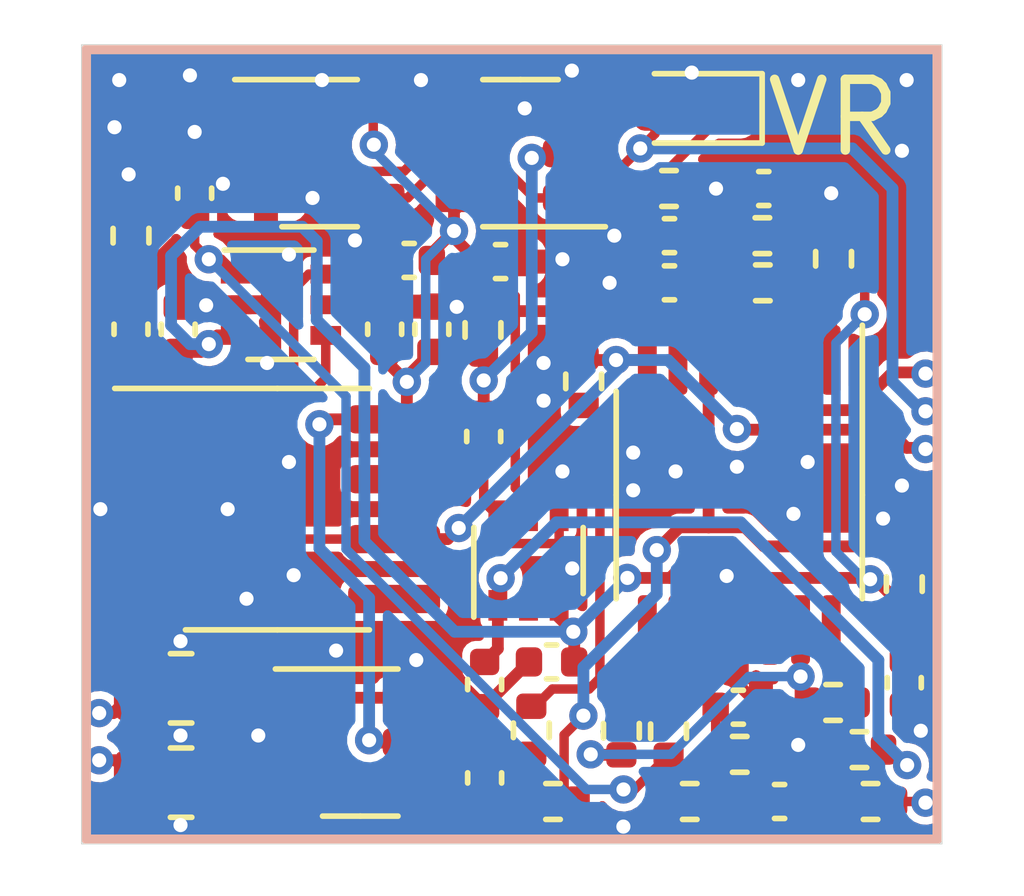
<source format=kicad_pcb>
(kicad_pcb (version 20210424) (generator pcbnew)
  (layers (0 "F.Cu" signal) (31 "B.Cu" signal) (34 "B.Paste" user) (35 "F.Paste" user) (36 "B.SilkS" user "B.Silkscreen") (37 "F.SilkS" user "F.Silkscreen") (38 "B.Mask" user) (39 "F.Mask" user) (44 "Edge.Cuts" user))
  (net 0 "")
  (net 1 "GND")
  (net 2 "Net-(C751-Pad1)")
  (net 3 "Net-(C751-Pad2)")
  (net 4 "Net-(C752-Pad1)")
  (net 5 "Net-(C753-Pad1)")
  (net 6 "+5V")
  (net 7 "Vref")
  (net 8 "thresh_low")
  (net 9 "Net-(C756-Pad1)")
  (net 10 "Net-(C756-Pad2)")
  (net 11 "Net-(C757-Pad1)")
  (net 12 "Net-(C757-Pad2)")
  (net 13 "thresh_high")
  (net 14 "Net-(C759-Pad1)")
  (net 15 "Net-(D751-Pad1)")
  (net 16 "output")
  (net 17 "analog_out")
  (net 18 "thresh_input")
  (net 19 "VR-")
  (net 20 "VR+")
  (net 21 "Net-(R755-Pad1)")
  (net 22 "Net-(R756-Pad2)")
  (net 23 "Net-(R761-Pad1)")
  (net 24 "Net-(R762-Pad1)")
  (net 25 "Net-(R763-Pad1)")
  (net 26 "Net-(R769-Pad1)")
  (net 27 "Net-(U754-Pad2)")
  (net 28 "Net-(U754-Pad5)")
  (footprint "Resistor_SMD:R_0402_1005Metric" (layer "F.Cu") (at 94.2 93.05)
    (fp_text reference "R764" hide)
    (fp_text value "10")
  )
  (footprint "Package_TO_SOT_SMD:SOT-23-5" (layer "F.Cu") (at 87.01 80.4 180)
    (fp_text reference "U757" hide)
    (fp_text value "74AHC1G02")
  )
  (footprint "Capacitor_SMD:C_0402_1005Metric" (layer "F.Cu") (at 90.17 83.15 180)
    (fp_text reference "C760" hide)
    (fp_text value "10n")
  )
  (footprint "Package_SO:SOIC-8_3.9x4.9mm_P1.27mm" (layer "F.Cu") (at 81.855 87.95)
    (fp_text reference "U754" hide)
    (fp_text value "MAX9142")
  )
  (footprint "Capacitor_SMD:C_0402_1005Metric" (layer "F.Cu") (at 80.1 81.25 90)
    (fp_text reference "C755" hide)
    (fp_text value "1u")
  )
  (footprint "Package_TO_SOT_SMD:SOT-363_SC-70-6" (layer "F.Cu") (at 81.93 83.615)
    (fp_text reference "U755" hide)
    (fp_text value "NC7SB3157P6X")
  )
  (footprint "Capacitor_SMD:C_0402_1005Metric" (layer "F.Cu") (at 85.13 84.135 90)
    (fp_text reference "C766" hide)
    (fp_text value "1u")
  )
  (footprint "hellen-one-vr-discrete-0.1:vr-discrete" (layer "F.Cu") (at 77.7 95.05)
    (fp_text reference "M750" hide)
    (fp_text value "Module-vr-discrete-0.1" hide)
  )
  (footprint "Resistor_SMD:R_0402_1005Metric" (layer "F.Cu") (at 92.15 83.15)
    (fp_text reference "R767" hide)
    (fp_text value "10k")
  )
  (footprint "Capacitor_SMD:C_0402_1005Metric" (layer "F.Cu") (at 86.23 86.41 -90)
    (fp_text reference "C757" hide)
    (fp_text value "10n")
  )
  (footprint "Capacitor_SMD:C_0402_1005Metric" (layer "F.Cu") (at 84.13 84.135 90)
    (fp_text reference "C764" hide)
    (fp_text value "10n")
  )
  (footprint "Capacitor_SMD:C_0402_1005Metric" (layer "F.Cu") (at 92.17 81.15 180)
    (fp_text reference "C759" hide)
    (fp_text value "100n")
  )
  (footprint "Resistor_SMD:R_0402_1005Metric" (layer "F.Cu") (at 93.65 82.64 90)
    (fp_text reference "R769" hide)
    (fp_text value "10")
  )
  (footprint "Capacitor_SMD:C_0402_1005Metric" (layer "F.Cu") (at 86.25 91.67 -90)
    (fp_text reference "C758" hide)
    (fp_text value "1u")
  )
  (footprint "Capacitor_SMD:C_0402_1005Metric" (layer "F.Cu") (at 86.25 93.65 -90)
    (fp_text reference "C751" hide)
    (fp_text value "1n")
  )
  (footprint "Resistor_SMD:R_0402_1005Metric" (layer "F.Cu") (at 87.24 92.64 -90)
    (fp_text reference "R755" hide)
    (fp_text value "100k")
  )
  (footprint "Capacitor_SMD:C_0402_1005Metric" (layer "F.Cu") (at 91.63 92.15)
    (fp_text reference "C753" hide)
    (fp_text value "100n")
  )
  (footprint "Package_SO:TSSOP-14_4.4x5mm_P0.65mm" (layer "F.Cu") (at 91.65 87.65 -90)
    (fp_text reference "U753" hide)
    (fp_text value "MCP6004")
  )
  (footprint "LED_SMD:LED_0603_1608Metric" (layer "F.Cu") (at 90.65 79.45 180)
    (fp_text reference "D751" hide)
    (fp_text value "LED-GREEN-0603")
  )
  (footprint "Resistor_SMD:R_0805_2012Metric" (layer "F.Cu") (at 79.8125 91.75)
    (fp_text reference "R752" hide)
    (fp_text value "10k")
  )
  (footprint "Resistor_SMD:R_0402_1005Metric" (layer "F.Cu") (at 89.15 92.65 90)
    (fp_text reference "R762" hide)
    (fp_text value "10k")
  )
  (footprint "Resistor_SMD:R_0402_1005Metric" (layer "F.Cu") (at 90.16 81.15 180)
    (fp_text reference "R751" hide)
    (fp_text value "2.2k")
  )
  (footprint "Resistor_SMD:R_0402_1005Metric" (layer "F.Cu") (at 88.35 85.24 -90)
    (fp_text reference "R759" hide)
    (fp_text value "100k")
  )
  (footprint "Capacitor_SMD:C_0402_1005Metric" (layer "F.Cu") (at 86.5875 82.7)
    (fp_text reference "C761" hide)
    (fp_text value "1u")
  )
  (footprint "Resistor_SMD:R_0402_1005Metric" (layer "F.Cu") (at 95.15 89.54 -90)
    (fp_text reference "R758" hide)
    (fp_text value "100k")
  )
  (footprint "Resistor_SMD:R_0402_1005Metric" (layer "F.Cu") (at 94.435 94.15 180)
    (fp_text reference "R754" hide)
    (fp_text value "12k")
  )
  (footprint "Resistor_SMD:R_0402_1005Metric" (layer "F.Cu") (at 86.215 84.15 -90)
    (fp_text reference "R766" hide)
    (fp_text value "1k")
  )
  (footprint "Capacitor_SMD:C_0402_1005Metric" (layer "F.Cu") (at 84.65 82.675 180)
    (fp_text reference "C763" hide)
    (fp_text value "1u")
  )
  (footprint "Resistor_SMD:R_0805_2012Metric" (layer "F.Cu") (at 79.8125 93.75 180)
    (fp_text reference "R753" hide)
    (fp_text value "10k")
  )
  (footprint "Resistor_SMD:R_0402_1005Metric" (layer "F.Cu") (at 78.75 82.15 -90)
    (fp_text reference "R765" hide)
    (fp_text value "1k")
  )
  (footprint "Resistor_SMD:R_0402_1005Metric" (layer "F.Cu") (at 93.64 92.05 180)
    (fp_text reference "R763" hide)
    (fp_text value "10k")
  )
  (footprint "Capacitor_SMD:C_0402_1005Metric" (layer "F.Cu") (at 87.67 91.19 180)
    (fp_text reference "C767" hide)
    (fp_text value "1u")
  )
  (footprint "Resistor_SMD:R_0402_1005Metric" (layer "F.Cu") (at 87.7 94.15)
    (fp_text reference "R756" hide)
    (fp_text value "100k")
  )
  (footprint "Package_TO_SOT_SMD:SOT-363_SC-70-6" (layer "F.Cu") (at 87.18 89.04 90)
    (fp_text reference "U756" hide)
    (fp_text value "NC7SB3157P6X")
  )
  (footprint "Resistor_SMD:R_0402_1005Metric" (layer "F.Cu") (at 91.66 93.15)
    (fp_text reference "R760" hide)
    (fp_text value "68k")
  )
  (footprint "Resistor_SMD:R_0402_1005Metric" (layer "F.Cu") (at 90.15 92.66 -90)
    (fp_text reference "R761" hide)
    (fp_text value "10")
  )
  (footprint "Capacitor_SMD:C_0402_1005Metric" (layer "F.Cu") (at 92.505 94.15)
    (fp_text reference "C752" hide)
    (fp_text value "470n")
  )
  (footprint "Package_TO_SOT_SMD:SOT-23-6" (layer "F.Cu") (at 83.6125 92.9)
    (fp_text reference "U751" hide)
    (fp_text value "SRV05-4-P-T7")
  )
  (footprint "Capacitor_SMD:C_0402_1005Metric" (layer "F.Cu") (at 79.75 84.135 90)
    (fp_text reference "C765" hide)
    (fp_text value "1u")
  )
  (footprint "Capacitor_SMD:C_0402_1005Metric" (layer "F.Cu") (at 95.15 91.63 90)
    (fp_text reference "C754" hide)
    (fp_text value "100n")
  )
  (footprint "Resistor_SMD:R_0402_1005Metric" (layer "F.Cu") (at 92.14 82.15 180)
    (fp_text reference "R768" hide)
    (fp_text value "10k")
  )
  (footprint "Capacitor_SMD:C_0402_1005Metric" (layer "F.Cu") (at 90.17 82.15 180)
    (fp_text reference "C762" hide)
    (fp_text value "1u")
  )
  (footprint "Resistor_SMD:R_0402_1005Metric" (layer "F.Cu") (at 90.6 94.15)
    (fp_text reference "R757" hide)
    (fp_text value "10k")
  )
  (footprint "Package_TO_SOT_SMD:SOT-23-5" (layer "F.Cu") (at 82.75 80.4)
    (fp_text reference "U752" hide)
    (fp_text value "74AHC1G02")
  )
  (footprint "Capacitor_SMD:C_0402_1005Metric" (layer "F.Cu") (at 78.75 84.135 -90)
    (fp_text reference "C756" hide)
    (fp_text value "10n")
  )
  (gr_rect (start 77.7 95.05) (end 95.95 78.1) (layer "Edge.Cuts") (width 0.02) (fill none))
  (gr_text "VR" (at 93.65 79.65) (layer "F.SilkS") (effects (font (size 1.5 1.5) (thickness 0.2))))
  (segment (start 84.53712 80.78538) (end 85.8725 79.45) (width 0.2) (layer "F.Cu") (net 0))
  (segment (start 81.6125 80.4) (end 81.99788 80.78538) (width 0.2) (layer "F.Cu") (net 0))
  (segment (start 81.99788 80.78538) (end 84.53712 80.78538) (width 0.2) (layer "F.Cu") (net 0))
  (segment (start 92.95 94.9) (end 86.825 94.9) (width 0.25) (layer "F.Cu") (net 1))
  (segment (start 86.25 92.15) (end 86.25 92.13) (width 0.25) (layer "F.Cu") (net 1))
  (segment (start 80.7 81.05) (end 80.38 81.05) (width 0.2) (layer "F.Cu") (net 1))
  (segment (start 92.985 94.15) (end 92.985 94.865) (width 0.25) (layer "F.Cu") (net 1))
  (segment (start 81.6354 84.85) (end 81.6354 83.7454) (width 0.2) (layer "F.Cu") (net 1))
  (segment (start 85.25 91.15) (end 84.8 91.15) (width 0.25) (layer "F.Cu") (net 1))
  (segment (start 87.56683 89.20687) (end 87.18 89.5937) (width 0.25) (layer "F.Cu") (net 1))
  (segment (start 91.383089 89.366911) (end 91.65 89.633822) (width 0.25) (layer "F.Cu") (net 1))
  (segment (start 87.18 89.5937) (end 87.18 89.99) (width 0.25) (layer "F.Cu") (net 1))
  (segment (start 81.505 83.615) (end 80.98 83.615) (width 0.2) (layer "F.Cu") (net 1))
  (segment (start 83.745 82.25) (end 84.17 82.675) (width 0.25) (layer "F.Cu") (net 1))
  (segment (start 86.25 92.13) (end 87.19 91.19) (width 0.25) (layer "F.Cu") (net 1))
  (segment (start 91.65 91.69) (end 92.11 92.15) (width 0.25) (layer "F.Cu") (net 1))
  (segment (start 81.6125 81.35) (end 81 81.35) (width 0.2) (layer "F.Cu") (net 1))
  (segment (start 81.6354 83.7454) (end 81.505 83.615) (width 0.2) (layer "F.Cu") (net 1))
  (segment (start 95.15 92.11) (end 95.64 92.11) (width 0.25) (layer "F.Cu") (net 1))
  (segment (start 83.5 82.25) (end 83.745 82.25) (width 0.25) (layer "F.Cu") (net 1))
  (segment (start 95.64 92.11) (end 95.8 91.95) (width 0.25) (layer "F.Cu") (net 1))
  (segment (start 80.38 81.05) (end 80.1 80.77) (width 0.2) (layer "F.Cu") (net 1))
  (segment (start 95.8 91.95) (end 95.8 90.425) (width 0.25) (layer "F.Cu") (net 1))
  (segment (start 86.25 92.15) (end 85.25 91.15) (width 0.25) (layer "F.Cu") (net 1))
  (segment (start 91.65 90.5125) (end 91.65 91.69) (width 0.25) (layer "F.Cu") (net 1))
  (segment (start 88.107275 89.20687) (end 87.56683 89.20687) (width 0.25) (layer "F.Cu") (net 1))
  (segment (start 92.985 94.865) (end 92.95 94.9) (width 0.25) (layer "F.Cu") (net 1))
  (segment (start 81 81.35) (end 80.7 81.05) (width 0.2) (layer "F.Cu") (net 1))
  (segment (start 77.85 81.64) (end 77.85 84.95) (width 0.25) (layer "F.Cu") (net 1))
  (segment (start 78.75 81.64) (end 77.85 81.64) (width 0.25) (layer "F.Cu") (net 1))
  (segment (start 91.65 89.633822) (end 91.65 90.5125) (width 0.25) (layer "F.Cu") (net 1))
  (via (at 81.2 89.85) (size 0.6) (drill 0.3) (layers "F.Cu" "B.Cu") (net 1))
  (via (at 89 82.15) (size 0.6) (drill 0.3) (layers "F.Cu" "B.Cu") (net 1))
  (via (at 95.1 80.35) (size 0.6) (drill 0.3) (layers "F.Cu" "B.Cu") (net 1))
  (via (at 84.9 78.85) (size 0.6) (drill 0.3) (layers "F.Cu" "B.Cu") (net 1))
  (via (at 80.1 79.95) (size 0.6) (drill 0.3) (layers "F.Cu" "B.Cu") (net 1))
  (via (at 78.4 79.85) (size 0.6) (drill 0.3) (layers "F.Cu" "B.Cu") (net 1))
  (via (at 88.9 83.15) (size 0.6) (drill 0.3) (layers "F.Cu" "B.Cu") (net 1))
  (via (at 87.5 85.65) (size 0.6) (drill 0.3) (layers "F.Cu" "B.Cu") (net 1))
  (via (at 88.1 78.65) (size 0.6) (drill 0.3) (layers "F.Cu" "B.Cu") (net 1))
  (via (at 79.8 90.75) (size 0.6) (drill 0.3) (layers "F.Cu" "B.Cu") (net 1))
  (via (at 80.8 87.95) (size 0.6) (drill 0.3) (layers "F.Cu" "B.Cu") (net 1))
  (via (at 83.5 82.25) (size 0.6) (drill 0.3) (layers "F.Cu" "B.Cu") (net 1))
  (via (at 95.1 87.45) (size 0.6) (drill 0.3) (layers "F.Cu" "B.Cu") (net 1))
  (via (at 94.7 88.15) (size 0.6) (drill 0.3) (layers "F.Cu" "B.Cu") (net 1))
  (via (at 89.4 86.75) (size 0.6) (drill 0.3) (layers "F.Cu" "B.Cu") (net 1))
  (via (at 93.6 81.25) (size 0.6) (drill 0.3) (layers "F.Cu" "B.Cu") (net 1))
  (via (at 89.192303 94.682113) (size 0.6) (drill 0.3) (layers "F.Cu" "B.Cu") (net 1))
  (via (at 81.449209 92.75) (size 0.6) (drill 0.3) (layers "F.Cu" "B.Cu") (net 1))
  (via (at 88.107275 89.20687) (size 0.6) (drill 0.3) (layers "F.Cu" "B.Cu") (net 1))
  (via (at 95.5 92.65) (size 0.6) (drill 0.3) (layers "F.Cu" "B.Cu") (net 1))
  (via (at 82.2 89.35) (size 0.6) (drill 0.3) (layers "F.Cu" "B.Cu") (net 1))
  (via (at 78.5 78.85) (size 0.6) (drill 0.3) (layers "F.Cu" "B.Cu") (net 1))
  (via (at 79.8 94.65) (size 0.6) (drill 0.3) (layers "F.Cu" "B.Cu") (net 1))
  (via (at 84.8 91.15) (size 0.6) (drill 0.3) (layers "F.Cu" "B.Cu") (net 1))
  (via (at 87.9 87.15) (size 0.6) (drill 0.3) (layers "F.Cu" "B.Cu") (net 1))
  (via (at 82.6 81.35) (size 0.6) (drill 0.3) (layers "F.Cu" "B.Cu") (net 1))
  (via (at 92.9 92.95) (size 0.6) (drill 0.3) (layers "F.Cu" "B.Cu") (net 1))
  (via (at 91.1573 81.152258) (size 0.6) (drill 0.3) (layers "F.Cu" "B.Cu") (net 1))
  (via (at 85.657731 83.659419) (size 0.6) (drill 0.3) (layers "F.Cu" "B.Cu") (net 1))
  (via (at 90.642938 78.691431) (size 0.6) (drill 0.3) (layers "F.Cu" "B.Cu") (net 1))
  (via (at 93.1 86.95) (size 0.6) (drill 0.3) (layers "F.Cu" "B.Cu") (net 1))
  (via (at 83.1 90.95) (size 0.6) (drill 0.3) (layers "F.Cu" "B.Cu") (net 1))
  (via (at 78.1 87.95) (size 0.6) (drill 0.3) (layers "F.Cu" "B.Cu") (net 1))
  (via (at 90.3 87.15) (size 0.6) (drill 0.3) (layers "F.Cu" "B.Cu") (net 1))
  (via (at 89.4 87.55) (size 0.6) (drill 0.3) (layers "F.Cu" "B.Cu") (net 1))
  (via (at 91.383089 89.366911) (size 0.6) (drill 0.3) (layers "F.Cu" "B.Cu") (net 1))
  (via (at 82.1 86.95) (size 0.6) (drill 0.3) (layers "F.Cu" "B.Cu") (net 1))
  (via (at 87.5 84.85) (size 0.6) (drill 0.3) (layers "F.Cu" "B.Cu") (net 1))
  (via (at 91.6 87.05) (size 0.6) (drill 0.3) (layers "F.Cu" "B.Cu") (net 1))
  (via (at 80.344067 83.625959) (size 0.6) (drill 0.3) (layers "F.Cu" "B.Cu") (net 1))
  (via (at 80.7 81.05) (size 0.6) (drill 0.3) (layers "F.Cu" "B.Cu") (net 1))
  (via (at 82.8 78.85) (size 0.6) (drill 0.3) (layers "F.Cu" "B.Cu") (net 1))
  (via (at 78.7 80.85) (size 0.6) (drill 0.3) (layers "F.Cu" "B.Cu") (net 1))
  (via (at 92.8 88.05) (size 0.6) (drill 0.3) (layers "F.Cu" "B.Cu") (net 1))
  (via (at 79.8 92.75) (size 0.6) (drill 0.3) (layers "F.Cu" "B.Cu") (net 1))
  (via (at 80 78.75) (size 0.6) (drill 0.3) (layers "F.Cu" "B.Cu") (net 1))
  (via (at 87.1 79.45) (size 0.6) (drill 0.3) (layers "F.Cu" "B.Cu") (net 1))
  (via (at 82.1 82.55) (size 0.6) (drill 0.3) (layers "F.Cu" "B.Cu") (net 1))
  (via (at 81.6354 84.85) (size 0.6) (drill 0.3) (layers "F.Cu" "B.Cu") (net 1))
  (via (at 92.9 78.85) (size 0.6) (drill 0.3) (layers "F.Cu" "B.Cu") (net 1))
  (via (at 87.9 82.65) (size 0.6) (drill 0.3) (layers "F.Cu" "B.Cu") (net 1))
  (via (at 95.2 78.85) (size 0.6) (drill 0.3) (layers "F.Cu" "B.Cu") (net 1))
  (segment (start 86.25 93.1) (end 86.25 93.17) (width 0.25) (layer "F.Cu") (net 2))
  (segment (start 87.22 93.17) (end 87.24 93.15) (width 0.25) (layer "F.Cu") (net 2))
  (segment (start 80.925 91.95) (end 80.725 91.75) (width 0.25) (layer "F.Cu") (net 2))
  (segment (start 82.475 91.95) (end 80.925 91.95) (width 0.25) (layer "F.Cu") (net 2))
  (segment (start 85.1 91.95) (end 86.25 93.1) (width 0.25) (layer "F.Cu") (net 2))
  (segment (start 82.475 91.95) (end 84.75 91.95) (width 0.25) (layer "F.Cu") (net 2))
  (segment (start 86.25 93.17) (end 87.22 93.17) (width 0.25) (layer "F.Cu") (net 2))
  (segment (start 84.75 91.95) (end 85.1 91.95) (width 0.25) (layer "F.Cu") (net 2))
  (segment (start 86.25 94.13) (end 87.22 94.13) (width 0.25) (layer "F.Cu") (net 3))
  (segment (start 80.825 93.85) (end 80.725 93.75) (width 0.25) (layer "F.Cu") (net 3))
  (segment (start 82.475 93.85) (end 80.825 93.85) (width 0.25) (layer "F.Cu") (net 3))
  (segment (start 87.22 94.13) (end 87.24 94.15) (width 0.25) (layer "F.Cu") (net 3))
  (segment (start 85.97 93.85) (end 86.25 94.13) (width 0.25) (layer "F.Cu") (net 3))
  (segment (start 82.475 93.85) (end 84.75 93.85) (width 0.25) (layer "F.Cu") (net 3))
  (segment (start 84.75 93.85) (end 85.97 93.85) (width 0.25) (layer "F.Cu") (net 3))
  (segment (start 93.87429 94.15) (end 93.27429 93.55) (width 0.2) (layer "F.Cu") (net 4))
  (segment (start 92.09571 94.15) (end 92.025 94.15) (width 0.2) (layer "F.Cu") (net 4))
  (segment (start 93.925 94.15) (end 93.87429 94.15) (width 0.2) (layer "F.Cu") (net 4))
  (segment (start 92.69571 93.55) (end 92.09571 94.15) (width 0.2) (layer "F.Cu") (net 4))
  (segment (start 93.27429 93.55) (end 92.69571 93.55) (width 0.2) (layer "F.Cu") (net 4))
  (segment (start 92.025 94.15) (end 91.045 94.15) (width 0.2) (layer "F.Cu") (net 4))
  (segment (start 91.15 93.15) (end 91.15 92.15) (width 0.2) (layer "F.Cu") (net 5))
  (segment (start 91 90.5125) (end 91 92) (width 0.2) (layer "F.Cu") (net 5))
  (segment (start 90.025 94.15) (end 90.15 94.15) (width 0.2) (layer "F.Cu") (net 5))
  (segment (start 90.15 94.15) (end 91.15 93.15) (width 0.2) (layer "F.Cu") (net 5))
  (segment (start 91 92) (end 91.15 92.15) (width 0.2) (layer "F.Cu") (net 5))
  (segment (start 84.6 85.25) (end 84.6 85.145) (width 0.25) (layer "F.Cu") (net 6))
  (segment (start 84.6 85.25) (end 84.6 85.775) (width 0.25) (layer "F.Cu") (net 6))
  (segment (start 84.6 85.775) (end 84.33 86.045) (width 0.25) (layer "F.Cu") (net 6))
  (segment (start 94.1 85.85) (end 94.9 85.05) (width 0.25) (layer "F.Cu") (net 6))
  (segment (start 84.6 85.145) (end 85.13 84.615) (width 0.25) (layer "F.Cu") (net 6))
  (segment (start 85.6 82.05) (end 85.6 81.6225) (width 0.25) (layer "F.Cu") (net 6))
  (segment (start 82.88 83.615) (end 83.13 83.615) (width 0.2) (layer "F.Cu") (net 6))
  (segment (start 84.13 84.78) (end 84.6 85.25) (width 0.25) (layer "F.Cu") (net 6))
  (segment (start 82.85078 86.045) (end 84.33 86.045) (width 0.25) (layer "F.Cu") (net 6))
  (segment (start 85.13 82.675) (end 85.13 82.52) (width 0.25) (layer "F.Cu") (net 6))
  (segment (start 85.13 82.52) (end 85.6 82.05) (width 0.25) (layer "F.Cu") (net 6))
  (segment (start 83.85 92.9) (end 83.8 92.85) (width 0.25) (layer "F.Cu") (net 6))
  (segment (start 84.13 84.615) (end 84.13 84.78) (width 0.25) (layer "F.Cu") (net 6))
  (segment (start 85.6 82.05) (end 85.6 82.1925) (width 0.25) (layer "F.Cu") (net 6))
  (segment (start 83.8875 79.45) (end 83.8875 80.20828) (width 0.2) (layer "F.Cu") (net 6))
  (segment (start 87.18 87.780389) (end 87.18 88.09) (width 0.2) (layer "F.Cu") (net 6))
  (segment (start 90.05 83.75) (end 86.9 83.75) (width 0.25) (layer "F.Cu") (net 6))
  (segment (start 94.9 85.05) (end 95.625 85.05) (width 0.25) (layer "F.Cu") (net 6))
  (segment (start 86.16722 82.7) (end 86.9 83.43278) (width 0.2) (layer "F.Cu") (net 6))
  (segment (start 86.9 83.43278) (end 86.9 87.500389) (width 0.2) (layer "F.Cu") (net 6))
  (segment (start 91.643909 83.153909) (end 91.64 83.15) (width 0.25) (layer "F.Cu") (net 6))
  (segment (start 91.65 85.433076) (end 92.066924 85.85) (width 0.25) (layer "F.Cu") (net 6))
  (segment (start 86.9 83.43278) (end 86.9 84.05) (width 0.2) (layer "F.Cu") (net 6))
  (segment (start 83.13 83.615) (end 84.13 84.615) (width 0.2) (layer "F.Cu") (net 6))
  (segment (start 92.066924 85.85) (end 94.1 85.85) (width 0.25) (layer "F.Cu") (net 6))
  (segment (start 90.65 83.15) (end 90.65 82.15) (width 0.25) (layer "F.Cu") (net 6))
  (segment (start 85.6 82.1925) (end 86.1075 82.7) (width 0.25) (layer "F.Cu") (net 6))
  (segment (start 86.9 87.500389) (end 87.18 87.780389) (width 0.2) (layer "F.Cu") (net 6))
  (segment (start 83.8875 80.20828) (end 83.9 80.22078) (width 0.2) (layer "F.Cu") (net 6))
  (segment (start 91.64 83.15) (end 90.65 83.15) (width 0.25) (layer "F.Cu") (net 6))
  (segment (start 91.643909 84.781409) (end 91.643909 83.153909) (width 0.25) (layer "F.Cu") (net 6))
  (segment (start 90.65 83.15) (end 90.05 83.75) (width 0.25) (layer "F.Cu") (net 6))
  (segment (start 91.65 84.7875) (end 91.643909 84.781409) (width 0.25) (layer "F.Cu") (net 6))
  (segment (start 82.74578 86.15) (end 82.85078 86.045) (width 0.25) (layer "F.Cu") (net 6))
  (segment (start 86.1075 82.7) (end 86.16722 82.7) (width 0.2) (layer "F.Cu") (net 6))
  (segment (start 91.65 84.7875) (end 91.65 85.433076) (width 0.25) (layer "F.Cu") (net 6))
  (segment (start 84.75 92.9) (end 83.85 92.9) (width 0.25) (layer "F.Cu") (net 6))
  (segment (start 85.6 81.6225) (end 85.8725 81.35) (width 0.25) (layer "F.Cu") (net 6))
  (via (at 85.6 82.05) (size 0.6) (drill 0.3) (layers "F.Cu" "B.Cu") (net 6))
  (via (at 82.74578 86.15) (size 0.6) (drill 0.3) (layers "F.Cu" "B.Cu") (net 6))
  (via (at 84.6 85.25) (size 0.6) (drill 0.3) (layers "F.Cu" "B.Cu") (net 6))
  (via (at 83.9 80.22078) (size 0.6) (drill 0.3) (layers "F.Cu" "B.Cu") (net 6))
  (via (at 83.8 92.85) (size 0.6) (drill 0.3) (layers "F.Cu" "B.Cu") (net 6))
  (segment (start 82.74578 86.15) (end 82.74578 88.78241) (width 0.25) (layer "B.Cu") (net 6))
  (segment (start 83.9 80.22078) (end 83.9 80.35) (width 0.2) (layer "B.Cu") (net 6))
  (segment (start 82.74578 88.78241) (end 83.8 89.83663) (width 0.25) (layer "B.Cu") (net 6))
  (segment (start 84.6 85.25) (end 85 84.85) (width 0.2) (layer "B.Cu") (net 6))
  (segment (start 85 84.85) (end 85 82.65) (width 0.2) (layer "B.Cu") (net 6))
  (segment (start 83.9 80.35) (end 85.6 82.05) (width 0.2) (layer "B.Cu") (net 6))
  (segment (start 85 82.65) (end 85.6 82.05) (width 0.2) (layer "B.Cu") (net 6))
  (segment (start 83.8 89.83663) (end 83.8 92.85) (width 0.25) (layer "B.Cu") (net 6))
  (segment (start 88.15 90.56998) (end 88.13002 90.55) (width 0.25) (layer "F.Cu") (net 7))
  (segment (start 92.3 89.45) (end 92.258324 89.408324) (width 0.25) (layer "F.Cu") (net 7))
  (segment (start 91.6 88.75) (end 92.258324 89.408324) (width 0.25) (layer "F.Cu") (net 7))
  (segment (start 92.258324 89.408324) (end 94.508324 89.408324) (width 0.25) (layer "F.Cu") (net 7))
  (segment (start 95.15 91.15) (end 95.15 90.05) (width 0.25) (layer "F.Cu") (net 7))
  (segment (start 87.83 90.24998) (end 88.13002 90.55) (width 0.25) (layer "F.Cu") (net 7))
  (segment (start 92.3 90.5125) (end 92.3 89.45) (width 0.25) (layer "F.Cu") (net 7))
  (segment (start 87.83 89.99) (end 87.83 90.24998) (width 0.25) (layer "F.Cu") (net 7))
  (segment (start 79.75 84.615) (end 80.235 84.615) (width 0.25) (layer "F.Cu") (net 7))
  (segment (start 90.183025 89.408324) (end 90.841349 88.75) (width 0.25) (layer "F.Cu") (net 7))
  (segment (start 94.508324 89.408324) (end 95.15 90.05) (width 0.25) (layer "F.Cu") (net 7))
  (segment (start 94.3104 83.816178) (end 94.3104 82.7904) (width 0.2) (layer "F.Cu") (net 7))
  (segment (start 80.98 84.265) (end 80.585 84.265) (width 0.25) (layer "F.Cu") (net 7))
  (segment (start 94.3104 82.7904) (end 93.65 82.13) (width 0.2) (layer "F.Cu") (net 7))
  (segment (start 89.276808 89.408324) (end 90.183025 89.408324) (width 0.25) (layer "F.Cu") (net 7))
  (segment (start 88.15 91.19) (end 88.15 90.56998) (width 0.25) (layer "F.Cu") (net 7))
  (segment (start 80.235 84.615) (end 80.4 84.45) (width 0.25) (layer "F.Cu") (net 7))
  (segment (start 90.841349 88.75) (end 91.6 88.75) (width 0.25) (layer "F.Cu") (net 7))
  (segment (start 80.585 84.265) (end 80.4 84.45) (width 0.25) (layer "F.Cu") (net 7))
  (via (at 94.425273 89.436379) (size 0.6) (drill 0.3) (layers "F.Cu" "B.Cu") (net 7))
  (via (at 94.3104 83.816178) (size 0.6) (drill 0.3) (layers "F.Cu" "B.Cu") (net 7))
  (via (at 89.276808 89.408324) (size 0.6) (drill 0.3) (layers "F.Cu" "B.Cu") (net 7))
  (via (at 88.13002 90.55) (size 0.6) (drill 0.3) (layers "F.Cu" "B.Cu") (net 7))
  (via (at 80.4 84.45) (size 0.6) (drill 0.3) (layers "F.Cu" "B.Cu") (net 7))
  (segment (start 94.411652 89.45) (end 94.425273 89.436379) (width 0.2) (layer "B.Cu") (net 7))
  (segment (start 88.135132 90.55) (end 88.13002 90.55) (width 0.25) (layer "B.Cu") (net 7))
  (segment (start 80 84.45) (end 80.4 84.45) (width 0.25) (layer "B.Cu") (net 7))
  (segment (start 93.7 88.85) (end 94.3 89.45) (width 0.2) (layer "B.Cu") (net 7))
  (segment (start 83.7 88.634619) (end 83.7 84.95) (width 0.25) (layer "B.Cu") (net 7))
  (segment (start 85.615381 90.55) (end 83.7 88.634619) (width 0.25) (layer "B.Cu") (net 7))
  (segment (start 88.13002 90.55) (end 85.615381 90.55) (width 0.25) (layer "B.Cu") (net 7))
  (segment (start 83.7 84.95) (end 82.689611 83.939611) (width 0.25) (layer "B.Cu") (net 7))
  (segment (start 94.3104 83.816178) (end 93.7 84.426578) (width 0.2) (layer "B.Cu") (net 7))
  (segment (start 79.6 84.05) (end 80 84.45) (width 0.25) (layer "B.Cu") (net 7))
  (segment (start 89.276808 89.408324) (end 88.135132 90.55) (width 0.25) (layer "B.Cu") (net 7))
  (segment (start 82.383014 81.960389) (end 80.216986 81.960389) (width 0.25) (layer "B.Cu") (net 7))
  (segment (start 93.7 84.426578) (end 93.7 88.85) (width 0.2) (layer "B.Cu") (net 7))
  (segment (start 79.6 82.577375) (end 79.6 84.05) (width 0.25) (layer "B.Cu") (net 7))
  (segment (start 82.689611 82.266986) (end 82.383014 81.960389) (width 0.25) (layer "B.Cu") (net 7))
  (segment (start 82.689611 83.939611) (end 82.689611 82.266986) (width 0.25) (layer "B.Cu") (net 7))
  (segment (start 94.3 89.45) (end 94.411652 89.45) (width 0.2) (layer "B.Cu") (net 7))
  (segment (start 80.216986 81.960389) (end 79.6 82.577375) (width 0.25) (layer "B.Cu") (net 7))
  (segment (start 90.15 93.17) (end 89.4254 93.8946) (width 0.2) (layer "F.Cu") (net 8))
  (segment (start 80.665 82.65) (end 80.98 82.965) (width 0.2) (layer "F.Cu") (net 8))
  (segment (start 89.4254 93.8946) (end 89.194618 93.8946) (width 0.2) (layer "F.Cu") (net 8))
  (segment (start 80.4 82.65) (end 80.665 82.65) (width 0.2) (layer "F.Cu") (net 8))
  (segment (start 80.1 82.35) (end 80.4 82.65) (width 0.2) (layer "F.Cu") (net 8))
  (segment (start 80.1 81.73) (end 80.1 82.35) (width 0.2) (layer "F.Cu") (net 8))
  (via (at 89.194618 93.8946) (size 0.6) (drill 0.3) (layers "F.Cu" "B.Cu") (net 8))
  (via (at 80.4 82.65) (size 0.6) (drill 0.3) (layers "F.Cu" "B.Cu") (net 8))
  (segment (start 89.194618 93.8946) (end 88.408975 93.8946) (width 0.2) (layer "B.Cu") (net 8))
  (segment (start 88.408975 93.8946) (end 83.31038 88.796004) (width 0.2) (layer "B.Cu") (net 8))
  (segment (start 83.31038 88.796004) (end 83.31038 85.56038) (width 0.2) (layer "B.Cu") (net 8))
  (segment (start 83.31038 85.56038) (end 80.4 82.65) (width 0.2) (layer "B.Cu") (net 8))
  (segment (start 79.4 82.01) (end 79.4 79.75) (width 0.2) (layer "F.Cu") (net 9))
  (segment (start 78.75 83.655) (end 78.75 82.66) (width 0.2) (layer "F.Cu") (net 9))
  (segment (start 81.547889 79.385389) (end 81.6125 79.45) (width 0.2) (layer "F.Cu") (net 9))
  (segment (start 78.75 82.66) (end 79.4 82.01) (width 0.2) (layer "F.Cu") (net 9))
  (segment (start 79.4 79.75) (end 79.764611 79.385389) (width 0.2) (layer "F.Cu") (net 9))
  (segment (start 79.764611 79.385389) (end 81.547889 79.385389) (width 0.2) (layer "F.Cu") (net 9))
  (segment (start 82.2 83.285625) (end 82.520625 82.965) (width 0.2) (layer "F.Cu") (net 10))
  (segment (start 82.2 85.25) (end 82.2 83.285625) (width 0.2) (layer "F.Cu") (net 10))
  (segment (start 81.405 86.045) (end 82.2 85.25) (width 0.2) (layer "F.Cu") (net 10))
  (segment (start 78.75 85.415) (end 79.38 86.045) (width 0.2) (layer "F.Cu") (net 10))
  (segment (start 79.38 86.045) (end 81.405 86.045) (width 0.2) (layer "F.Cu") (net 10))
  (segment (start 82.520625 82.965) (end 82.88 82.965) (width 0.2) (layer "F.Cu") (net 10))
  (segment (start 79.38 86.045) (end 80.205 86.045) (width 0.2) (layer "F.Cu") (net 10))
  (segment (start 78.75 84.615) (end 78.75 85.415) (width 0.2) (layer "F.Cu") (net 10))
  (segment (start 86.23 85.22) (end 86.23 84.675) (width 0.25) (layer "F.Cu") (net 11))
  (segment (start 88.1475 80.4) (end 87.35 80.4) (width 0.25) (layer "F.Cu") (net 11))
  (segment (start 86.23 84.675) (end 86.215 84.66) (width 0.25) (layer "F.Cu") (net 11))
  (segment (start 86.23 85.93) (end 86.23 85.22) (width 0.25) (layer "F.Cu") (net 11))
  (segment (start 87.35 80.4) (end 87.249233 80.500767) (width 0.25) (layer "F.Cu") (net 11))
  (via (at 87.249233 80.500767) (size 0.6) (drill 0.3) (layers "F.Cu" "B.Cu") (net 11))
  (via (at 86.23 85.22) (size 0.6) (drill 0.3) (layers "F.Cu" "B.Cu") (net 11))
  (segment (start 87.249233 80.500767) (end 87.249233 84.200767) (width 0.25) (layer "B.Cu") (net 11))
  (segment (start 87.249233 84.200767) (end 86.23 85.22) (width 0.25) (layer "B.Cu") (net 11))
  (segment (start 86.23 86.89) (end 86.23 87.79) (width 0.2) (layer "F.Cu") (net 12))
  (segment (start 84.33 87.315) (end 84.935 87.315) (width 0.2) (layer "F.Cu") (net 12))
  (segment (start 84.935 87.315) (end 85.36 86.89) (width 0.2) (layer "F.Cu") (net 12))
  (segment (start 85.36 86.89) (end 86.23 86.89) (width 0.2) (layer "F.Cu") (net 12))
  (segment (start 86.23 87.79) (end 86.53 88.09) (width 0.2) (layer "F.Cu") (net 12))
  (segment (start 95.210399 93.377235) (end 94.983164 93.15) (width 0.2) (layer "F.Cu") (net 13))
  (segment (start 86.53 89.99) (end 86.53 89.473251) (width 0.25) (layer "F.Cu") (net 13))
  (segment (start 86.53 89.473251) (end 86.588651 89.4146) (width 0.25) (layer "F.Cu") (net 13))
  (segment (start 86.53 90.91) (end 86.25 91.19) (width 0.25) (layer "F.Cu") (net 13))
  (segment (start 94.983164 93.15) (end 94.66 93.15) (width 0.2) (layer "F.Cu") (net 13))
  (segment (start 86.53 89.99) (end 86.53 90.91) (width 0.25) (layer "F.Cu") (net 13))
  (via (at 86.588651 89.4146) (size 0.6) (drill 0.3) (layers "F.Cu" "B.Cu") (net 13))
  (via (at 95.210399 93.377235) (size 0.6) (drill 0.3) (layers "F.Cu" "B.Cu") (net 13))
  (segment (start 91.679113 88.229113) (end 87.774138 88.229113) (width 0.25) (layer "B.Cu") (net 13))
  (segment (start 87.774138 88.229113) (end 86.588651 89.4146) (width 0.25) (layer "B.Cu") (net 13))
  (segment (start 94.6 91.15) (end 91.679113 88.229113) (width 0.25) (layer "B.Cu") (net 13))
  (segment (start 95.210399 93.377235) (end 94.6 92.766836) (width 0.25) (layer "B.Cu") (net 13))
  (segment (start 94.6 92.766836) (end 94.6 91.15) (width 0.25) (layer "B.Cu") (net 13))
  (segment (start 92.66 81.16) (end 92.65 81.15) (width 0.25) (layer "F.Cu") (net 14))
  (segment (start 92.3 83.51) (end 92.66 83.15) (width 0.25) (layer "F.Cu") (net 14))
  (segment (start 92.66 83.15) (end 92.66 81.16) (width 0.25) (layer "F.Cu") (net 14))
  (segment (start 92.3 84.7875) (end 92.3 83.51) (width 0.25) (layer "F.Cu") (net 14))
  (segment (start 89.65 81.15) (end 89.7375 81.15) (width 0.2) (layer "F.Cu") (net 15))
  (segment (start 89.7375 81.15) (end 91.4375 79.45) (width 0.2) (layer "F.Cu") (net 15))
  (segment (start 85.181186 80.78538) (end 86.73538 80.78538) (width 0.2) (layer "F.Cu") (net 16))
  (segment (start 89.55 80.3) (end 89.8625 79.9875) (width 0.2) (layer "F.Cu") (net 16))
  (segment (start 88.5 81.35) (end 89.55 80.3) (width 0.2) (layer "F.Cu") (net 16))
  (segment (start 87.3 81.35) (end 88.1475 81.35) (width 0.2) (layer "F.Cu") (net 16))
  (segment (start 89.8625 79.45) (end 89.8625 79.3875) (width 0.25) (layer "F.Cu") (net 16))
  (segment (start 89.8625 79.9875) (end 89.8625 79.45) (width 0.2) (layer "F.Cu") (net 16))
  (segment (start 86.73538 80.78538) (end 87.3 81.35) (width 0.2) (layer "F.Cu") (net 16))
  (segment (start 83.8875 81.35) (end 84.616566 81.35) (width 0.2) (layer "F.Cu") (net 16))
  (segment (start 84.616566 81.35) (end 85.181186 80.78538) (width 0.2) (layer "F.Cu") (net 16))
  (segment (start 88.1475 81.35) (end 88.5 81.35) (width 0.2) (layer "F.Cu") (net 16))
  (via (at 89.55 80.3) (size 0.6) (drill 0.3) (layers "F.Cu" "B.Cu") (net 16))
  (segment (start 94.9 85.247625) (end 95.527375 85.875) (width 0.25) (layer "B.Cu") (net 16))
  (segment (start 95.527375 85.875) (end 95.6 85.875) (width 0.25) (layer "B.Cu") (net 16))
  (segment (start 89.55 80.3) (end 94.05 80.3) (width 0.25) (layer "B.Cu") (net 16))
  (segment (start 94.9 81.15) (end 94.9 85.247625) (width 0.25) (layer "B.Cu") (net 16))
  (segment (start 94.05 80.3) (end 94.9 81.15) (width 0.25) (layer "B.Cu") (net 16))
  (segment (start 95.2 86.65) (end 94.81462 86.26462) (width 0.25) (layer "F.Cu") (net 17))
  (segment (start 85.465 88.585) (end 85.7 88.35) (width 0.25) (layer "F.Cu") (net 17))
  (segment (start 79.38 88.585) (end 84.33 88.585) (width 0.2) (layer "F.Cu") (net 17))
  (segment (start 89.0375 84.7875) (end 88.4075 84.7875) (width 0.25) (layer "F.Cu") (net 17))
  (segment (start 88.4075 84.7875) (end 88.35 84.73) (width 0.25) (layer "F.Cu") (net 17))
  (segment (start 89.7 84.7875) (end 89.0375 84.7875) (width 0.25) (layer "F.Cu") (net 17))
  (segment (start 95.625 86.65) (end 95.2 86.65) (width 0.25) (layer "F.Cu") (net 17))
  (segment (start 91.61462 86.26462) (end 91.6 86.25) (width 0.25) (layer "F.Cu") (net 17))
  (segment (start 94.81462 86.26462) (end 91.61462 86.26462) (width 0.25) (layer "F.Cu") (net 17))
  (segment (start 84.33 88.585) (end 85.465 88.585) (width 0.25) (layer "F.Cu") (net 17))
  (via (at 89.0375 84.7875) (size 0.6) (drill 0.3) (layers "F.Cu" "B.Cu") (net 17))
  (via (at 91.6 86.25) (size 0.6) (drill 0.3) (layers "F.Cu" "B.Cu") (net 17))
  (via (at 85.7 88.35) (size 0.6) (drill 0.3) (layers "F.Cu" "B.Cu") (net 17))
  (segment (start 89.1 84.85) (end 89.0375 84.7875) (width 0.25) (layer "B.Cu") (net 17))
  (segment (start 90.1375 84.7875) (end 89.0375 84.7875) (width 0.25) (layer "B.Cu") (net 17))
  (segment (start 91.6 86.25) (end 90.1375 84.7875) (width 0.25) (layer "B.Cu") (net 17))
  (segment (start 89.1 84.95) (end 89.1 84.85) (width 0.25) (layer "B.Cu") (net 17))
  (segment (start 85.7 88.35) (end 89.1 84.95) (width 0.25) (layer "B.Cu") (net 17))
  (segment (start 94.945 94.15) (end 95.625 94.15) (width 0.2) (layer "F.Cu") (net 18))
  (segment (start 78.075 92.275) (end 78.375 92.275) (width 0.25) (layer "F.Cu") (net 19))
  (segment (start 78.375 92.275) (end 78.9 91.75) (width 0.25) (layer "F.Cu") (net 19))
  (segment (start 78.075 93.275) (end 78.425 93.275) (width 0.25) (layer "F.Cu") (net 20))
  (segment (start 78.425 93.275) (end 78.9 93.75) (width 0.25) (layer "F.Cu") (net 20))
  (segment (start 88.46467 91.76462) (end 88.69462 91.53467) (width 0.2) (layer "F.Cu") (net 21))
  (segment (start 90.05538 86.09462) (end 90.35 85.8) (width 0.2) (layer "F.Cu") (net 21))
  (segment (start 87.32 92.13) (end 87.68538 91.76462) (width 0.2) (layer "F.Cu") (net 21))
  (segment (start 88.69462 91.53467) (end 88.69462 86.09462) (width 0.2) (layer "F.Cu") (net 21))
  (segment (start 88.69462 86.09462) (end 88.35 85.75) (width 0.2) (layer "F.Cu") (net 21))
  (segment (start 87.24 92.13) (end 87.32 92.13) (width 0.2) (layer "F.Cu") (net 21))
  (segment (start 90.35 85.8) (end 90.35 84.7875) (width 0.2) (layer "F.Cu") (net 21))
  (segment (start 87.68538 91.76462) (end 88.46467 91.76462) (width 0.2) (layer "F.Cu") (net 21))
  (segment (start 88.69462 86.09462) (end 90.05538 86.09462) (width 0.2) (layer "F.Cu") (net 21))
  (segment (start 90.383344 88.33538) (end 91 88.33538) (width 0.25) (layer "F.Cu") (net 22))
  (segment (start 87.935389 92.73851) (end 88.344679 92.32922) (width 0.2) (layer "F.Cu") (net 22))
  (segment (start 87.935389 93.875389) (end 87.935389 92.73851) (width 0.2) (layer "F.Cu") (net 22))
  (segment (start 91 87.322625) (end 91 84.7875) (width 0.25) (layer "F.Cu") (net 22))
  (segment (start 94.859611 88.739611) (end 92.175973 88.739611) (width 0.25) (layer "F.Cu") (net 22))
  (segment (start 91 88.33538) (end 91 87.322625) (width 0.25) (layer "F.Cu") (net 22))
  (segment (start 88.21 94.15) (end 87.935389 93.875389) (width 0.2) (layer "F.Cu") (net 22))
  (segment (start 95.15 89.03) (end 94.859611 88.739611) (width 0.25) (layer "F.Cu") (net 22))
  (segment (start 92.175973 88.739611) (end 91.771742 88.33538) (width 0.25) (layer "F.Cu") (net 22))
  (segment (start 91.771742 88.33538) (end 91 88.33538) (width 0.25) (layer "F.Cu") (net 22))
  (segment (start 89.9 88.818724) (end 90.383344 88.33538) (width 0.25) (layer "F.Cu") (net 22))
  (via (at 88.344679 92.32922) (size 0.6) (drill 0.3) (layers "F.Cu" "B.Cu") (net 22))
  (via (at 89.9 88.818724) (size 0.6) (drill 0.3) (layers "F.Cu" "B.Cu") (net 22))
  (segment (start 88.344679 91.305321) (end 89.9 89.75) (width 0.25) (layer "B.Cu") (net 22))
  (segment (start 89.9 89.75) (end 89.9 88.818724) (width 0.25) (layer "B.Cu") (net 22))
  (segment (start 88.344679 92.32922) (end 88.344679 91.305321) (width 0.25) (layer "B.Cu") (net 22))
  (segment (start 90.35 91.95) (end 90.15 92.15) (width 0.2) (layer "F.Cu") (net 23))
  (segment (start 89.15 92.14) (end 90.14 92.14) (width 0.25) (layer "F.Cu") (net 23))
  (segment (start 90.35 90.5125) (end 90.35 91.95) (width 0.2) (layer "F.Cu") (net 23))
  (segment (start 90.14 92.14) (end 90.15 92.15) (width 0.25) (layer "F.Cu") (net 23))
  (segment (start 89.7 90.5125) (end 90.35 90.5125) (width 0.2) (layer "F.Cu") (net 23))
  (segment (start 92.95 91.5) (end 92.95 91.97) (width 0.25) (layer "F.Cu") (net 24))
  (segment (start 89.15 93.16) (end 88.51 93.16) (width 0.25) (layer "F.Cu") (net 24))
  (segment (start 92.95 91.5) (end 92.95 90.5125) (width 0.25) (layer "F.Cu") (net 24))
  (segment (start 92.95 91.97) (end 93.13 92.15) (width 0.25) (layer "F.Cu") (net 24))
  (segment (start 88.51 93.16) (end 88.5 93.15) (width 0.25) (layer "F.Cu") (net 24))
  (via (at 88.5 93.15) (size 0.6) (drill 0.3) (layers "F.Cu" "B.Cu") (net 24))
  (via (at 92.95 91.5) (size 0.6) (drill 0.3) (layers "F.Cu" "B.Cu") (net 24))
  (segment (start 90.2 93.15) (end 88.5 93.15) (width 0.2) (layer "B.Cu") (net 24))
  (segment (start 91.85 91.5) (end 90.2 93.15) (width 0.2) (layer "B.Cu") (net 24))
  (segment (start 92.95 91.5) (end 91.85 91.5) (width 0.2) (layer "B.Cu") (net 24))
  (segment (start 94.15 92.15) (end 94.15 92.64) (width 0.2) (layer "F.Cu") (net 25))
  (segment (start 94.15 92.64) (end 93.64 93.15) (width 0.2) (layer "F.Cu") (net 25))
  (segment (start 93.6 90.5125) (end 93.6 91.6) (width 0.25) (layer "F.Cu") (net 25))
  (segment (start 93.6 91.6) (end 94.15 92.15) (width 0.25) (layer "F.Cu") (net 25))
  (segment (start 92.95 84.7875) (end 93.6 84.7875) (width 0.25) (layer "F.Cu") (net 26))
  (segment (start 93.6 84.7875) (end 93.6 83.2) (width 0.25) (layer "F.Cu") (net 26))
  (segment (start 93.6 83.2) (end 93.65 83.15) (width 0.25) (layer "F.Cu") (net 26))
  (segment (start 82.88 85.17) (end 82.88 84.265) (width 0.2) (layer "F.Cu") (net 27))
  (segment (start 80.735 87.315) (end 82.88 85.17) (width 0.2) (layer "F.Cu") (net 27))
  (segment (start 79.38 87.315) (end 80.735 87.315) (width 0.2) (layer "F.Cu") (net 27))
  (segment (start 87.83 88.615) (end 87.83 88.09) (width 0.2) (layer "F.Cu") (net 28))
  (segment (start 84.995 89.855) (end 86.170389 88.679611) (width 0.2) (layer "F.Cu") (net 28))
  (segment (start 86.170389 88.679611) (end 87.765389 88.679611) (width 0.2) (layer "F.Cu") (net 28))
  (segment (start 84.33 89.855) (end 84.995 89.855) (width 0.2) (layer "F.Cu") (net 28))
  (segment (start 87.765389 88.679611) (end 87.83 88.615) (width 0.2) (layer "F.Cu") (net 28))
  (zone (net 1) (net_name "GND") (layers F&B.Cu) (connect_pads (clearance 0)) (min_thickness 0.2) (fill yes (thermal_gap 0.2) (thermal_bridge_width 0.508))
    (polygon (pts (xy 95.925 95.025) (xy 77.725 95.025) (xy 77.725 78.125) (xy 95.925 78.125)))
  )
)
</source>
